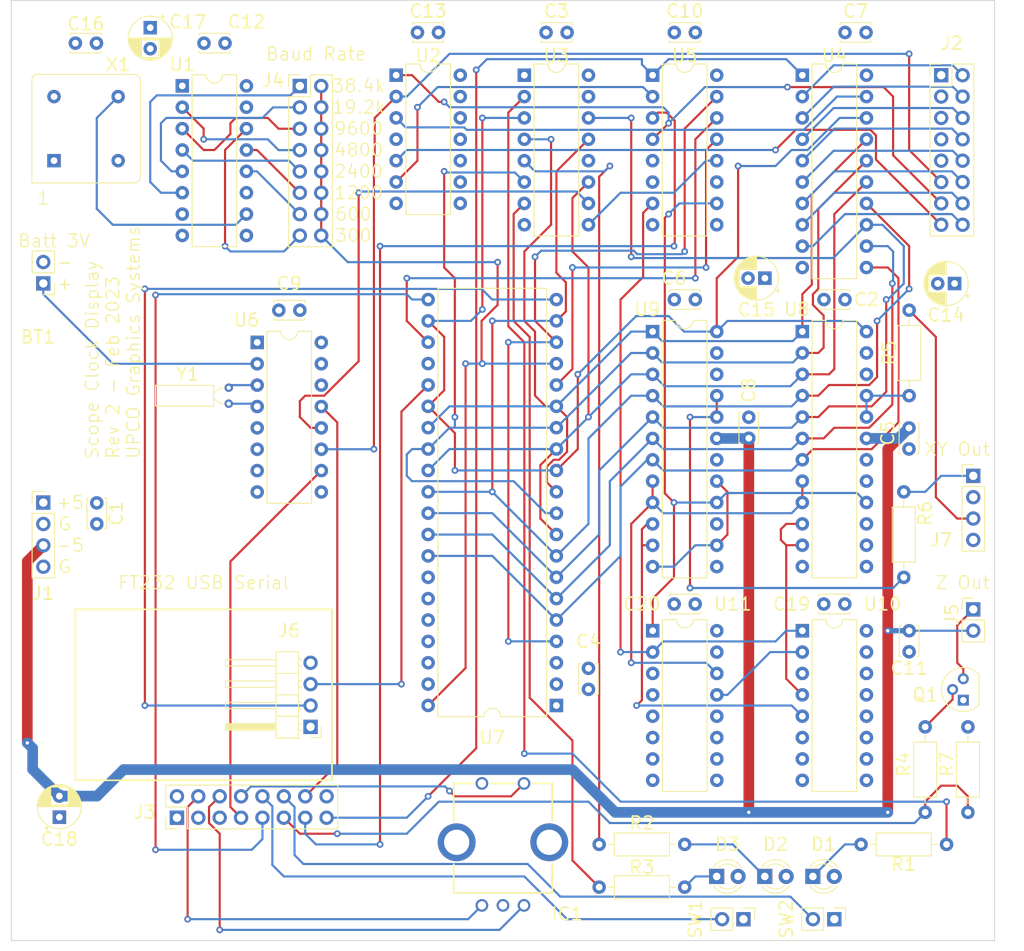
<source format=kicad_pcb>
(kicad_pcb (version 20211014) (generator pcbnew)
  (layers (0 "F.Cu" signal) (1 "In1.Cu" signal) (2 "In2.Cu" signal) (31 "B.Cu" signal) (34 "B.Paste" user) (35 "F.Paste" user) (36 "B.SilkS" user "B.Silkscreen") (37 "F.SilkS" user "F.Silkscreen") (38 "B.Mask" user) (39 "F.Mask" user) (44 "Edge.Cuts" user))
  (net 0 "")
  (net 1 "Net-(BT1-Pad1)")
  (net 2 "GND")
  (net 3 "+5V")
  (net 4 "-5V")
  (net 5 "Net-(Q1-Pad2)")
  (net 6 "Net-(U8-Pad8)")
  (net 7 "Net-(D1-Pad1)")
  (net 8 "Net-(D2-Pad1)")
  (net 9 "Net-(D3-Pad1)")
  (net 10 "/KD0")
  (net 11 "/KD1")
  (net 12 "/KD2")
  (net 15 "/D0")
  (net 16 "/D1")
  (net 17 "/D2")
  (net 18 "/D3")
  (net 19 "/D4")
  (net 20 "/nLED2")
  (net 21 "/D5")
  (net 22 "/nLED1")
  (net 23 "/D6")
  (net 24 "/A0")
  (net 25 "/D7")
  (net 29 "/KD4")
  (net 30 "/KQ4")
  (net 31 "/KQ3")
  (net 32 "/KD3")
  (net 33 "/KQ2")
  (net 34 "/KQ1")
  (net 35 "/KD5")
  (net 36 "/KQ0")
  (net 37 "/KD6")
  (net 38 "/B38400")
  (net 39 "/CLK16X")
  (net 40 "/B19200")
  (net 41 "/B9600")
  (net 42 "/B4800")
  (net 43 "/B2400")
  (net 44 "/B1200")
  (net 45 "/B600")
  (net 46 "/B300")
  (net 47 "Net-(J5-Pad1)")
  (net 49 "/RXD")
  (net 50 "/TXD")
  (net 51 "/DAC_X_nWR")
  (net 52 "/LED0")
  (net 53 "/LED1")
  (net 54 "/LED2")
  (net 55 "Net-(R5-Pad1)")
  (net 56 "/Y_OUT")
  (net 57 "Net-(R6-Pad1)")
  (net 58 "/X_OUT")
  (net 62 "Net-(U1-Pad10)")
  (net 64 "Net-(U2-Pad3)")
  (net 65 "/BA0")
  (net 66 "/DAC_Y_nWR")
  (net 67 "/BD0")
  (net 68 "/BD1")
  (net 69 "/BD2")
  (net 70 "/nEXP")
  (net 71 "/LED3")
  (net 72 "/BD3")
  (net 73 "/LED4")
  (net 74 "/BD4")
  (net 75 "/BD5")
  (net 76 "/LED5")
  (net 77 "/BD7")
  (net 78 "/BD6")
  (net 80 "/nDACY")
  (net 82 "/nDACX")
  (net 83 "Net-(U5-Pad13)")
  (net 84 "Net-(U5-Pad14)")
  (net 85 "Net-(U5-Pad15)")
  (net 86 "Net-(U6-Pad3)")
  (net 87 "Net-(U6-Pad4)")
  (net 93 "Net-(U10-Pad2)")
  (footprint "Package_DIP:DIP-16_W7.62mm" (layer "F.Cu") (at 54.62 101.615)
    (fp_text reference "U6")
    (fp_text value "DS1306")
  )
  (footprint "Capacitor_THT:C_Disc_D3.4mm_W2.1mm_P2.50mm" (layer "F.Cu") (at 106.66 132.715 180)
    (fp_text reference "C20")
    (fp_text value "0.1uF")
  )
  (footprint "LED_THT:LED_D3.0mm" (layer "F.Cu") (at 120.645 165.1)
    (fp_text reference "D1")
    (fp_text value "LED")
  )
  (footprint "Package_DIP:DIP-16_W7.62mm" (layer "F.Cu") (at 101.6 69.85)
    (fp_text reference "U5")
    (fp_text value "74LS138")
  )
  (footprint "MountingHole:MountingHole_3.2mm_M3" (layer "F.Cu") (at 29.21 168.91)
    (fp_text reference "H1" hide)
    (fp_text value "MountingHole")
  )
  (footprint "LED_THT:LED_D3.0mm" (layer "F.Cu") (at 109.215 165.1)
    (fp_text reference "D3")
    (fp_text value "LED")
  )
  (footprint "Resistor_THT:R_Axial_DIN0207_L6.3mm_D2.5mm_P10.16mm_Horizontal" (layer "F.Cu") (at 133.985 157.48 90)
    (fp_text reference "R4")
    (fp_text value "10k")
  )
  (footprint "Connector_PinHeader_2.54mm:PinHeader_2x08_P2.54mm_Vertical" (layer "F.Cu") (at 59.685 71.135)
    (fp_text reference "J4")
    (fp_text value "Conn_02x08_Odd_Even")
  )
  (footprint "Package_DIP:DIP-16_W7.62mm" (layer "F.Cu") (at 101.61 135.89)
    (fp_text reference "U11")
    (fp_text value "74LS161")
  )
  (footprint "Resistor_THT:R_Axial_DIN0207_L6.3mm_D2.5mm_P10.16mm_Horizontal" (layer "F.Cu") (at 132.08 107.95 90)
    (fp_text reference "R5")
    (fp_text value "1k")
  )
  (footprint "Resistor_THT:R_Axial_DIN0207_L6.3mm_D2.5mm_P10.16mm_Horizontal" (layer "F.Cu") (at 95.25 166.37)
    (fp_text reference "R3")
    (fp_text value "R_US")
  )
  (footprint "Resistor_THT:R_Axial_DIN0207_L6.3mm_D2.5mm_P10.16mm_Horizontal" (layer "F.Cu") (at 139.065 157.48 90)
    (fp_text reference "R7")
    (fp_text value "10k")
  )
  (footprint "Capacitor_THT:C_Disc_D3.4mm_W2.1mm_P2.50mm" (layer "F.Cu") (at 106.68 96.52 180)
    (fp_text reference "C6")
    (fp_text value "0.1uF")
  )
  (footprint "Capacitor_THT:C_Disc_D3.4mm_W2.1mm_P2.50mm" (layer "F.Cu") (at 113.03 113.01 90)
    (fp_text reference "C8")
    (fp_text value "0.1uF")
  )
  (footprint "Connector_PinHeader_2.54mm:PinHeader_1x02_P2.54mm_Vertical" (layer "F.Cu") (at 112.395 170.18 -90)
    (fp_text reference "SW1")
    (fp_text value "SW_SPST")
  )
  (footprint "Capacitor_THT:C_Disc_D3.4mm_W2.1mm_P2.50mm" (layer "F.Cu") (at 91.44 64.77 180)
    (fp_text reference "C3")
    (fp_text value "0.1uF")
  )
  (footprint "Package_DIP:DIP-16_W7.62mm" (layer "F.Cu") (at 119.39 135.89)
    (fp_text reference "U10")
    (fp_text value "74LS139")
  )
  (footprint "Package_DIP:DIP-24_W7.62mm" (layer "F.Cu") (at 119.39 100.325)
    (fp_text reference "U8")
    (fp_text value "MAX503")
  )
  (footprint "Capacitor_THT:C_Disc_D3.4mm_W2.1mm_P2.50mm" (layer "F.Cu") (at 93.98 142.855 90)
    (fp_text reference "C4")
    (fp_text value "0.1uF")
  )
  (footprint "Capacitor_THT:C_Disc_D3.4mm_W2.1mm_P2.50mm" (layer "F.Cu") (at 132.08 135.89 -90)
    (fp_text reference "C11")
    (fp_text value "0.1uF")
  )
  (footprint "Capacitor_THT:C_Disc_D3.4mm_W2.1mm_P2.50mm" (layer "F.Cu") (at 76.16 64.77 180)
    (fp_text reference "C13")
    (fp_text value "0.1uF")
  )
  (footprint "Connector_PinHeader_2.54mm:PinHeader_1x02_P2.54mm_Vertical" (layer "F.Cu") (at 29.21 94.6 180)
    (fp_text reference "BT1")
    (fp_text value "Battery_Cell")
  )
  (footprint "MountingHole:MountingHole_3.2mm_M3" (layer "F.Cu") (at 138.43 106.68)
    (fp_text reference "H2" hide)
    (fp_text value "MountingHole")
  )
  (footprint "ShaftEnc:EC1110120201withknurledSHAFT" (layer "F.Cu") (at 81.32 168.54)
    (fp_text reference "IC1")
    (fp_text value "EC1110120201_with_knurled_SHAFT" hide)
  )
  (footprint "Package_DIP:DIP-24_W7.62mm" (layer "F.Cu") (at 101.6 100.33)
    (fp_text reference "U9")
    (fp_text value "MAX503")
  )
  (footprint "Connector_PinHeader_2.54mm:PinHeader_1x04_P2.54mm_Vertical" (layer "F.Cu") (at 139.7 117.475)
    (fp_text reference "J7")
    (fp_text value "Conn_01x04")
  )
  (footprint "Resistor_THT:R_Axial_DIN0207_L6.3mm_D2.5mm_P10.16mm_Horizontal" (layer "F.Cu") (at 95.25 161.29)
    (fp_text reference "R2")
    (fp_text value "R_US")
  )
  (footprint "Connector_PinHeader_2.54mm:PinHeader_1x02_P2.54mm_Vertical" (layer "F.Cu") (at 139.7 133.345)
    (fp_text reference "J5")
    (fp_text value "Conn_01x02")
  )
  (footprint "Connector_PinHeader_2.54mm:PinHeader_2x08_P2.54mm_Vertical" (layer "F.Cu") (at 45.085 158.115 90)
    (fp_text reference "J3")
    (fp_text value "Conn_02x08_Odd_Even")
  )
  (footprint "Connector_PinHeader_2.54mm:PinHeader_1x02_P2.54mm_Vertical" (layer "F.Cu") (at 123.195 170.18 -90)
    (fp_text reference "SW2")
    (fp_text value "SW_SPST")
  )
  (footprint "Package_TO_SOT_THT:TO-92" (layer "F.Cu") (at 138.515 144.145 90)
    (fp_text reference "Q1")
    (fp_text value "2N3906")
  )
  (footprint "Crystal:Crystal_C26-LF_D2.1mm_L6.5mm_Horizontal" (layer "F.Cu") (at 51.24 107 -90)
    (fp_text reference "Y1")
    (fp_text value "32.768 kHz")
  )
  (footprint "Package_DIP:DIP-16_W7.62mm" (layer "F.Cu") (at 45.72 71.12)
    (fp_text reference "U1")
    (fp_text value "74HC4040")
  )
  (footprint "Package_DIP:DIP-20_W7.62mm" (layer "F.Cu") (at 119.39 69.85)
    (fp_text reference "U4")
    (fp_text value "74HCT245")
  )
  (footprint "Package_DIP:DIP-16_W7.62mm" (layer "F.Cu") (at 86.36 69.85)
    (fp_text reference "U3")
    (fp_text value "74LS174")
  )
  (footprint "Capacitor_THT:C_Disc_D3.4mm_W2.1mm_P2.50mm" (layer "F.Cu") (at 126.96 64.77 180)
    (fp_text reference "C7")
    (fp_text value "0.1uF")
  )
  (footprint "Capacitor_THT:CP_Radial_D5.0mm_P2.00mm" (layer "F.Cu") (at 137.480113 94.615 180)
    (fp_text reference "C14")
    (fp_text value "33uF")
  )
  (footprint "LED_THT:LED_D3.0mm" (layer "F.Cu") (at 114.93 165.1)
    (fp_text reference "D2")
    (fp_text value "LED")
  )
  (footprint "Oscillator:Oscillator_DIP-8" (layer "F.Cu") (at 30.48 80.01)
    (fp_text reference "X1")
    (fp_text value "4.9152MHz")
  )
  (footprint "Capacitor_THT:C_Disc_D3.4mm_W2.1mm_P2.50mm" (layer "F.Cu") (at 35.56 120.69 -90)
    (fp_text reference "C1")
    (fp_text value "0.1uF")
  )
  (footprint "Capacitor_THT:C_Disc_D3.4mm_W2.1mm_P2.50mm" (layer "F.Cu") (at 59.69 97.79 180)
    (fp_text reference "C9")
    (fp_text value "0.1uF")
  )
  (footprint "Resistor_THT:R_Axial_DIN0207_L6.3mm_D2.5mm_P10.16mm_Horizontal" (layer "F.Cu") (at 131.445 129.54 90)
    (fp_text reference "R6")
    (fp_text value "1k")
  )
  (footprint "Capacitor_THT:C_Disc_D3.4mm_W2.1mm_P2.50mm" (layer "F.Cu") (at 50.8 66.04 180)
    (fp_text reference "C12")
    (fp_text value "0.1uF")
  )
  (footprint "Connector_PinHeader_2.54mm:PinHeader_1x04_P2.54mm_Vertical" (layer "F.Cu") (at 29.21 120.66)
    (fp_text reference "J1")
    (fp_text value "Conn_01x04")
  )
  (footprint "Capacitor_THT:C_Disc_D3.4mm_W2.1mm_P2.50mm" (layer "F.Cu") (at 33.02 66.04)
    (fp_text reference "C16")
    (fp_text value "0.1uF")
  )
  (footprint "MountingHole:MountingHole_3.2mm_M3" (layer "F.Cu") (at 138.43 168.91)
    (fp_text reference "H4" hide)
    (fp_text value "MountingHole")
  )
  (footprint "Capacitor_THT:CP_Radial_D5.0mm_P2.50mm" (layer "F.Cu") (at 41.91 64.199888 -90)
    (fp_text reference "C17")
    (fp_text value "3.3uF 10V")
  )
  (footprint "Capacitor_THT:C_Disc_D3.4mm_W2.1mm_P2.50mm" (layer "F.Cu") (at 106.68 64.77 180)
    (fp_text reference "C10")
    (fp_text value "0.1uF")
  )
  (footprint "Connector_PinHeader_2.54mm:PinHeader_2x08_P2.54mm_Vertical" (layer "F.Cu") (at 135.89 69.85)
    (fp_text reference "J2")
    (fp_text value "Conn_02x08_Odd_Even")
  )
  (footprint "MountingHole:MountingHole_3.2mm_M3" (layer "F.Cu") (at 29.21 106.68)
    (fp_text reference "H3" hide)
    (fp_text value "MountingHole")
  )
  (footprint "Capacitor_THT:C_Disc_D3.4mm_W2.1mm_P2.50mm" (layer "F.Cu") (at 132.06 111.78 -90)
    (fp_text reference "C5")
    (fp_text value "0.1uF")
  )
  (footprint "Resistor_THT:R_Axial_DIN0207_L6.3mm_D2.5mm_P10.16mm_Horizontal" (layer "F.Cu") (at 136.525 161.29 180)
    (fp_text reference "R1")
    (fp_text value "R_US")
  )
  (footprint "Capacitor_THT:CP_Radial_D5.0mm_P2.50mm" (layer "F.Cu") (at 31.115 158.050112 90)
    (fp_text reference "C18")
    (fp_text value "3.3uF 10V")
  )
  (footprint "Capacitor_THT:C_Disc_D3.4mm_W2.1mm_P2.50mm" (layer "F.Cu") (at 124.46 96.52 180)
    (fp_text reference "C2")
    (fp_text value "0.1uF")
  )
  (footprint "Capacitor_THT:CP_Radial_D5.0mm_P2.00mm" (layer "F.Cu") (at 114.940904 93.98 180)
    (fp_text reference "C15")
    (fp_text value "33uF")
  )
  (footprint "Connector_PinHeader_2.54mm:PinHeader_1x04_P2.54mm_Horizontal" (layer "F.Cu") (at 60.96 147.32 180)
    (fp_text reference "J6")
    (fp_text value "Conn_01x04")
  )
  (footprint "Package_DIP:DIP-14_W7.62mm" (layer "F.Cu") (at 71.13 69.845)
    (fp_text reference "U2")
    (fp_text value "74LS08")
  )
  (footprint "Package_DIP:DIP-40_W15.24mm" (layer "F.Cu") (at 90.17 144.775 180)
    (fp_text reference "U7")
    (fp_text value "IM6402")
  )
  (footprint "Capacitor_THT:C_Disc_D3.4mm_W2.1mm_P2.50mm" (layer "F.Cu") (at 124.44 132.715 180)
    (fp_text reference "C19")
    (fp_text value "0.1uF")
  )
  (gr_rect (start 33.02 133.35) (end 63.5 153.67) (layer "F.SilkS") (width 0.2032) (fill none))
  (gr_line (start 25.4 60.96) (end 142.24 60.96) (layer "Edge.Cuts") (width 0.1))
  (gr_line (start 25.4 172.72) (end 25.4 60.96) (layer "Edge.Cuts") (width 0.1))
  (gr_line (start 142.24 172.72) (end 25.4 172.72) (layer "Edge.Cuts") (width 0.1))
  (gr_line (start 142.24 60.96) (end 142.24 172.72) (layer "Edge.Cuts") (width 0.1))
  (gr_text "FT232 USB Serial" (at 48.26 130.175) (layer "F.SilkS") (effects (font (size 1.524 1.524) (thickness 0.1524))))
  (gr_text "1" (at 29.21 84.455) (layer "F.SilkS") (effects (font (size 1.524 1.524) (thickness 0.1524))))
  (gr_text "2400" (at 66.675 81.28) (layer "F.SilkS") (effects (font (size 1.524 1.524) (thickness 0.1524))))
  (gr_text "19.2k" (at 66.675 73.66) (layer "F.SilkS") (effects (font (size 1.524 1.524) (thickness 0.1524))))
  (gr_text "Baud Rate" (at 61.595 67.31) (layer "F.SilkS") (effects (font (size 1.524 1.524) (thickness 0.1524))))
  (gr_text "XY Out" (at 137.795 114.3) (layer "F.SilkS") (effects (font (size 1.524 1.524) (thickness 0.1524))))
  (gr_text "300" (at 66.04 88.9) (layer "F.SilkS") (effects (font (size 1.524 1.524) (thickness 0.1524))))
  (gr_text "G" (at 31.75 123.19) (layer "F.SilkS") (effects (font (size 1.524 1.524) (thickness 0.1524))))
  (gr_text "+5" (at 32.385 120.65) (layer "F.SilkS") (effects (font (size 1.524 1.524) (thickness 0.1524))))
  (gr_text "9600" (at 66.675 76.2) (layer "F.SilkS") (effects (font (size 1.524 1.524) (thickness 0.1524))))
  (gr_text "Z Out" (at 138.43 130.175) (layer "F.SilkS") (effects (font (size 1.524 1.524) (thickness 0.1524))))
  (gr_text "38.4k" (at 66.675 71.12) (layer "F.SilkS") (effects (font (size 1.524 1.524) (thickness 0.1524))))
  (gr_text "1200" (at 66.675 83.82) (layer "F.SilkS") (effects (font (size 1.524 1.524) (thickness 0.1524))))
  (gr_text "Batt 3V" (at 30.48 89.535) (layer "F.SilkS") (effects (font (size 1.524 1.524) (thickness 0.1524))))
  (gr_text "4800" (at 66.675 78.74) (layer "F.SilkS") (effects (font (size 1.524 1.524) (thickness 0.1524))))
  (gr_text "600" (at 66.04 86.36) (layer "F.SilkS") (effects (font (size 1.524 1.524) (thickness 0.1524))))
  (gr_text "Scope Clock Display\nRev 2 - Feb 2023\nUPCO Graphics Systems" (at 37.465 115.57 90) (layer "F.SilkS") (effects (font (size 1.524 1.524) (thickness 0.1524)) (justify left)))
  (gr_text "+" (at 31.75 94.615) (layer "F.SilkS") (effects (font (size 1.524 1.524) (thickness 0.1524))))
  (gr_text "-" (at 31.75 92.075) (layer "F.SilkS") (effects (font (size 1.524 1.524) (thickness 0.1524))))
  (gr_text "G" (at 31.75 128.27) (layer "F.SilkS") (effects (font (size 1.524 1.524) (thickness 0.1524))))
  (gr_text "-5" (at 32.385 125.73) (layer "F.SilkS") (effects (font (size 1.524 1.524) (thickness 0.1524))))
  (segment (start 54.62 104.155) (end 37.48 104.155) (width 0.254) (layer "B.Cu") (net 1))
  (segment (start 29.21 95.885) (end 29.21 94.6) (width 0.254) (layer "B.Cu") (net 1))
  (segment (start 37.48 104.155) (end 29.21 95.885) (width 0.254) (layer "B.Cu") (net 1))
  (segment (start 110.49 124.46) (end 109.22 125.73) (width 0.254) (layer "F.Cu") (net 2))
  (segment (start 110.49 119.38) (end 110.49 124.46) (width 0.254) (layer "F.Cu") (net 2))
  (segment (start 109.22 118.11) (end 110.49 119.38) (width 0.254) (layer "F.Cu") (net 2))
  (segment (start 104.14 128.27) (end 106.68 125.73) (width 0.254) (layer "B.Cu") (net 2))
  (segment (start 106.68 125.73) (end 109.22 125.73) (width 0.254) (layer "B.Cu") (net 2))
  (segment (start 101.6 128.27) (end 104.14 128.27) (width 0.254) (layer "B.Cu") (net 2))
  (segment (start 29.21 125.74) (end 27.305 127.645) (width 1.27) (layer "F.Cu") (net 4))
  (segment (start 129.54 135.89) (end 129.54 114.3) (width 1.27) (layer "F.Cu") (net 4))
  (segment (start 113.03 157.48) (end 113.03 113.01) (width 1.27) (layer "F.Cu") (net 4))
  (segment (start 129.54 135.89) (end 129.54 157.48) (width 1.27) (layer "F.Cu") (net 4))
  (segment (start 129.54 114.3) (end 132.06 111.78) (width 1.27) (layer "F.Cu") (net 4))
  (segment (start 27.305 127.645) (end 27.305 149.225) (width 1.27) (layer "F.Cu") (net 4))
  (via (at 113.03 157.48) (size 0.8) (drill 0.4) (layers "F.Cu" "B.Cu") (net 4))
  (via (at 129.54 135.89) (size 0.8) (drill 0.4) (layers "F.Cu" "B.Cu") (net 4))
  (via (at 27.305 149.225) (size 0.8) (drill 0.4) (layers "F.Cu" "B.Cu") (net 4))
  (via (at 129.54 157.48) (size 0.8) (drill 0.4) (layers "F.Cu" "B.Cu") (net 4))
  (segment (start 129.54 135.89) (end 132.08 135.89) (width 0.635) (layer "B.Cu") (net 4))
  (segment (start 132.08 135.89) (end 139.695 135.89) (width 0.254) (layer "B.Cu") (net 4))
  (segment (start 129.54 157.48) (end 113.03 157.48) (width 1.27) (layer "B.Cu") (net 4))
  (segment (start 31.115 155.550112) (end 27.94 152.375112) (width 1.27) (layer "B.Cu") (net 4))
  (segment (start 127.01 113.025) (end 130.815 113.025) (width 1.27) (layer "B.Cu") (net 4))
  (segment (start 97.155 157.48) (end 92.075 152.4) (width 1.27) (layer "B.Cu") (net 4))
  (segment (start 92.075 152.4) (end 38.735 152.4) (width 1.27) (layer "B.Cu") (net 4))
  (segment (start 38.735 152.4) (end 35.584888 155.550112) (width 1.27) (layer "B.Cu") (net 4))
  (segment (start 27.94 149.86) (end 27.305 149.225) (width 1.27) (layer "B.Cu") (net 4))
  (segment (start 130.815 113.025) (end 132.06 111.78) (width 1.27) (layer "B.Cu") (net 4))
  (segment (start 35.584888 155.550112) (end 31.115 155.550112) (width 1.27) (layer "B.Cu") (net 4))
  (segment (start 27.94 152.375112) (end 27.94 149.86) (width 1.27) (layer "B.Cu") (net 4))
  (segment (start 109.22 113.03) (end 113.01 113.03) (width 1.27) (layer "B.Cu") (net 4))
  (segment (start 113.03 157.48) (end 97.155 157.48) (width 1.27) (layer "B.Cu") (net 4))
  (segment (start 137.245 144.06) (end 133.985 147.32) (width 0.254) (layer "F.Cu") (net 5))
  (segment (start 137.245 142.875) (end 137.245 144.06) (width 0.254) (layer "F.Cu") (net 5))
  (segment (start 99.06 123.19) (end 101.6 120.65) (width 0.254) (layer "F.Cu") (net 6))
  (segment (start 99.06 139.7) (end 99.06 123.19) (width 0.254) (layer "F.Cu") (net 6))
  (segment (start 119.39 120.645) (end 119.39 118.105) (width 0.254) (layer "F.Cu") (net 6))
  (segment (start 101.6 120.65) (end 101.6 118.11) (width 0.254) (layer "F.Cu") (net 6))
  (via (at 99.06 139.7) (size 0.8) (drill 0.4) (layers "F.Cu" "B.Cu") (net 6))
  (segment (start 102.87 121.92) (end 101.6 120.65) (width 0.254) (layer "B.Cu") (net 6))
  (segment (start 107.96 139.7) (end 99.06 139.7) (width 0.254) (layer "B.Cu") (net 6))
  (segment (start 118.115 121.92) (end 102.87 121.92) (width 0.254) (layer "B.Cu") (net 6))
  (segment (start 109.23 140.97) (end 107.96 139.7) (width 0.254) (layer "B.Cu") (net 6))
  (segment (start 119.39 120.645) (end 118.115 121.92) (width 0.254) (layer "B.Cu") (net 6))
  (segment (start 124.455 161.29) (end 120.645 165.1) (width 0.254) (layer "B.Cu") (net 7))
  (segment (start 126.365 161.29) (end 124.455 161.29) (width 0.254) (layer "B.Cu") (net 7))
  (segment (start 114.93 165.1) (end 111.12 161.29) (width 0.254) (layer "B.Cu") (net 8))
  (segment (start 111.12 161.29) (end 105.41 161.29) (width 0.254) (layer "B.Cu") (net 8))
  (segment (start 106.68 165.1) (end 105.41 166.37) (width 0.254) (layer "B.Cu") (net 9))
  (segment (start 109.215 165.1) (end 106.68 165.1) (width 0.254) (layer "B.Cu") (net 9))
  (segment (start 47.625 155.575) (end 46.355 156.845) (width 0.254) (layer "F.Cu") (net 10))
  (segment (start 46.355 156.845) (end 46.355 170.18) (width 0.254) (layer "F.Cu") (net 10))
  (via (at 46.355 170.18) (size 0.8) (drill 0.4) (layers "F.Cu" "B.Cu") (net 10))
  (segment (start 79.68 170.18) (end 81.32 168.54) (width 0.254) (layer "B.Cu") (net 10))
  (segment (start 46.355 170.18) (end 79.68 170.18) (width 0.254) (layer "B.Cu") (net 10))
  (segment (start 48.895 158.75) (end 48.895 156.845) (width 0.254) (layer "F.Cu") (net 11))
  (segment (start 50.165 160.02) (end 48.895 158.75) (width 0.254) (layer "F.Cu") (net 11))
  (segment (start 48.895 156.845) (end 50.165 155.575) (width 0.254) (layer "F.Cu") (net 11))
  (segment (start 50.165 171.45) (end 50.165 160.02) (width 0.254) (layer "F.Cu") (net 11))
  (via (at 50.165 171.45) (size 0.8) (drill 0.4) (layers "F.Cu" "B.Cu") (net 11))
  (segment (start 86.32 168.54) (end 83.41 171.45) (width 0.254) (layer "B.Cu") (net 11))
  (segment (start 83.41 171.45) (end 50.165 171.45) (width 0.254) (layer "B.Cu") (net 11))
  (segment (start 78.105 155.575) (end 84.785 155.575) (width 0.254) (layer "F.Cu") (net 12))
  (segment (start 84.785 155.575) (end 86.32 154.04) (width 0.254) (layer "F.Cu") (net 12))
  (segment (start 77.47 154.94) (end 78.105 155.575) (width 0.254) (layer "F.Cu") (net 12))
  (via (at 77.47 154.94) (size 0.8) (drill 0.4) (layers "F.Cu" "B.Cu") (net 12))
  (segment (start 52.705 155.575) (end 53.882 154.398) (width 0.254) (layer "B.Cu") (net 12))
  (segment (start 53.882 154.398) (end 76.928 154.398) (width 0.254) (layer "B.Cu") (net 12))
  (segment (start 76.928 154.398) (end 77.47 154.94) (width 0.254) (layer "B.Cu") (net 12))
  (segment (start 137.253 68.673) (end 123.107 68.673) (width 0.254) (layer "B.Cu") (net 15))
  (segment (start 123.107 68.673) (end 119.39 72.39) (width 0.254) (layer "B.Cu") (net 15))
  (segment (start 138.43 69.85) (end 137.253 68.673) (width 0.254) (layer "B.Cu") (net 15))
  (segment (start 123.107 71.213) (end 119.39 74.93) (width 0.254) (layer "B.Cu") (net 16))
  (segment (start 138.43 72.39) (end 137.253 71.213) (width 0.254) (layer "B.Cu") (net 16))
  (segment (start 137.253 71.213) (end 123.107 71.213) (width 0.254) (layer "B.Cu") (net 16))
  (segment (start 123.107 73.753) (end 119.39 77.47) (width 0.254) (layer "B.Cu") (net 17))
  (segment (start 138.43 74.93) (end 137.253 73.753) (width 0.254) (layer "B.Cu") (net 17))
  (segment (start 137.253 73.753) (end 123.107 73.753) (width 0.254) (layer "B.Cu") (net 17))
  (segment (start 137.16 76.2) (end 123.2 76.2) (width 0.254) (layer "B.Cu") (net 18))
  (segment (start 138.43 77.47) (end 137.16 76.2) (width 0.254) (layer "B.Cu") (net 18))
  (segment (start 123.2 76.2) (end 119.39 80.01) (width 0.254) (layer "B.Cu") (net 18))
  (segment (start 138.43 80.01) (end 137.253 78.833) (width 0.254) (layer "B.Cu") (net 19))
  (segment (start 123.107 78.833) (end 119.39 82.55) (width 0.254) (layer "B.Cu") (net 19))
  (segment (start 137.253 78.833) (end 123.107 78.833) (width 0.254) (layer "B.Cu") (net 19))
  (segment (start 132.08 78.74) (end 132.08 67.31) (width 0.254) (layer "F.Cu") (net 20))
  (segment (start 68.58 114.3) (end 68.4885 114.3) (width 0.254) (layer "F.Cu") (net 20))
  (segment (start 71.13 72.385) (end 68.58 74.935) (width 0.254) (layer "F.Cu") (net 20))
  (segment (start 68.488 114.208) (end 68.58 114.3) (width 0.254) (layer "F.Cu") (net 20))
  (segment (start 68.58 74.935) (end 68.58 79.375) (width 0.254) (layer "F.Cu") (net 20))
  (segment (start 68.488 79.467) (end 68.488 114.208) (width 0.254) (layer "F.Cu") (net 20))
  (segment (start 68.58 79.375) (end 68.488 79.467) (width 0.254) (layer "F.Cu") (net 20))
  (segment (start 135.89 82.55) (end 132.08 78.74) (width 0.254) (layer "F.Cu") (net 20))
  (via (at 132.08 67.31) (size 0.8) (drill 0.4) (layers "F.Cu" "B.Cu") (net 20))
  (via (at 68.4885 114.3) (size 0.8) (drill 0.4) (layers "F.Cu" "B.Cu") (net 20))
  (segment (start 77.47 67.31) (end 72.395 72.385) (width 0.254) (layer "B.Cu") (net 20))
  (segment (start 132.08 67.31) (end 77.47 67.31) (width 0.254) (layer "B.Cu") (net 20))
  (segment (start 72.395 72.385) (end 71.13 72.385) (width 0.254) (layer "B.Cu") (net 20))
  (segment (start 68.4735 114.315) (end 62.24 114.315) (width 0.254) (layer "B.Cu") (net 20))
  (segment (start 68.4885 114.3) (end 68.4735 114.315) (width 0.254) (layer "B.Cu") (net 20))
  (segment (start 138.43 82.55) (end 137.16 81.28) (width 0.254) (layer "B.Cu") (net 21))
  (segment (start 123.19 81.28) (end 123.19 81.29) (width 0.254) (layer "B.Cu") (net 21))
  (segment (start 123.19 81.29) (end 119.39 85.09) (width 0.254) (layer "B.Cu") (net 21))
  (segment (start 137.16 81.28) (end 123.19 81.28) (width 0.254) (layer "B.Cu") (net 21))
  (segment (start 103.505 75.565) (end 101.6 77.47) (width 0.254) (layer "F.Cu") (net 22))
  (segment (start 129.048 71.263) (end 117.618 71.263) (width 0.254) (layer "F.Cu") (net 22))
  (segment (start 130.175 79.375) (end 130.175 72.39) (width 0.254) (layer "F.Cu") (net 22))
  (segment (start 130.175 72.39) (end 129.048 71.263) (width 0.254) (layer "F.Cu") (net 22))
  (segment (start 135.89 85.09) (end 130.175 79.375) (width 0.254) (layer "F.Cu") (net 22))
  (segment (start 73.02 69.845) (end 71.13 69.845) (width 0.254) (layer "F.Cu") (net 22))
  (segment (start 76.2 73.025) (end 73.02 69.845) (width 0.254) (layer "F.Cu") (net 22))
  (segment (start 76.835 73.025) (end 76.2 73.025) (width 0.254) (layer "F.Cu") (net 22))
  (via (at 76.835 73.025) (size 0.8) (drill 0.4) (layers "F.Cu" "B.Cu") (net 22))
  (via (at 117.618 71.263) (size 0.8) (drill 0.4) (layers "F.Cu" "B.Cu") (net 22))
  (via (at 103.505 75.565) (size 0.8) (drill 0.4) (layers "F.Cu" "B.Cu") (net 22))
  (segment (start 103.505 75.565) (end 103.505 74.295) (width 0.254) (layer "B.Cu") (net 22))
  (segment (start 103.505 75.565) (end 107.807 71.263) (width 0.254) (layer "B.Cu") (net 22))
  (segment (start 107.807 71.263) (end 117.618 71.263) (width 0.254) (layer "B.Cu") (net 22))
  (segment (start 77.47 73.66) (end 76.835 73.025) (width 0.254) (layer "B.Cu") (net 22))
  (segment (start 102.87 73.66) (end 77.47 73.66) (width 0.254) (layer "B.Cu") (net 22))
  (segment (start 103.505 74.295) (end 102.87 73.66) (width 0.254) (layer "B.Cu") (net 22))
  (segment (start 138.43 85.09) (end 137.16 83.82) (width 0.254) (layer "B.Cu") (net 23))
  (segment (start 137.16 83.82) (end 123.19 83.82) (width 0.254) (layer "B.Cu") (net 23))
  (segment (start 123.19 83.83) (end 119.39 87.63) (width 0.254) (layer "B.Cu") (net 23))
  (segment (start 123.19 83.82) (end 123.19 83.83) (width 0.254) (layer "B.Cu") (net 23))
  (segment (start 116.205 78.74) (end 118.602 76.343) (width 0.254) (layer "F.Cu") (net 24))
  (segment (start 118.602 76.343) (end 127.476819 76.343) (width 0.254) (layer "F.Cu") (net 24))
  (segment (start 127.476819 76.343) (end 128.137 77.003181) (width 0.254) (layer "F.Cu") (net 24))
  (segment (start 128.137 77.003181) (end 128.137 79.877) (width 0.254) (layer "F.Cu") (net 24))
  (segment (start 128.137 79.877) (end 135.89 87.63) (width 0.254) (layer "F.Cu") (net 24))
  (via (at 116.205 78.74) (size 0.8) (drill 0.4) (layers "F.Cu" "B.Cu") (net 24))
  (segment (start 116.205 78.74) (end 72.395 78.74) (width 0.254) (layer "B.Cu") (net 24))
  (segment (start 72.395 78.74) (end 71.13 80.005) (width 0.254) (layer "B.Cu") (net 24))
  (segment (start 124.46 86.36) (end 120.65 90.17) (width 0.254) (layer "B.Cu") (net 25))
  (segment (start 137.16 86.36) (end 124.46 86.36) (width 0.254) (layer "B.Cu") (net 25))
  (segment (start 120.65 90.17) (end 119.39 90.17) (width 0.254) (layer "B.Cu") (net 25))
  (segment (start 138.43 87.63) (end 137.16 86.36) (width 0.254) (layer "B.Cu") (net 25))
  (segment (start 60.112 163.617) (end 59.055 162.56) (width 0.254) (layer "B.Cu") (net 29))
  (segment (start 86.756054 163.617) (end 60.112 163.617) (width 0.254) (layer "B.Cu") (net 29))
  (segment (start 117.972 167.497) (end 90.636054 167.497) (width 0.254) (layer "B.Cu") (net 29))
  (segment (start 59.055 162.56) (end 59.055 156.845) (width 0.254) (layer "B.Cu") (net 29))
  (segment (start 120.655 170.18) (end 117.972 167.497) (width 0.254) (layer "B.Cu") (net 29))
  (segment (start 90.636054 167.497) (end 86.756054 163.617) (width 0.254) (layer "B.Cu") (net 29))
  (segment (start 59.055 156.845) (end 57.785 155.575) (width 0.254) (layer "B.Cu") (net 29))
  (segment (start 51.435 156.845) (end 51.435 127.66) (width 0.254) (layer "F.Cu") (net 30))
  (segment (start 52.705 158.115) (end 51.435 156.845) (width 0.254) (layer "F.Cu") (net 30))
  (segment (start 51.435 127.66) (end 62.24 116.855) (width 0.254) (layer "F.Cu") (net 30))
  (segment (start 42.545 95.9765) (end 42.545 161.925) (width 0.254) (layer "F.Cu") (net 31))
  (via (at 42.545 161.925) (size 0.8) (drill 0.4) (layers "F.Cu" "B.Cu") (net 31))
  (via (at 42.545 95.9765) (size 0.8) (drill 0.4) (layers "F.Cu" "B.Cu") (net 31))
  (segment (start 42.545 161.925) (end 53.975 161.925) (width 0.254) (layer "B.Cu") (net 31))
  (segment (start 53.975 161.925) (end 55.245 160.655) (width 0.254) (layer "B.Cu") (net 31))
  (segment (start 73.02 96.515) (end 72.39 95.885) (width 0.254) (layer "B.Cu") (net 31))
  (segment (start 42.545 95.885) (end 42.545 95.9765) (width 0.254) (layer "B.Cu") (net 31))
  (segment (start 55.245 160.655) (end 55.245 158.115) (width 0.254) (layer "B.Cu") (net 31))
  (segment (start 74.93 96.515) (end 73.02 96.515) (width 0.254) (layer "B.Cu") (net 31))
  (segment (start 72.39 95.885) (end 42.545 95.885) (width 0.254) (layer "B.Cu") (net 31))
  (segment (start 56.422 156.752) (end 56.422 163.737) (width 0.254) (layer "B.Cu") (net 32))
  (segment (start 56.422 163.737) (end 57.785 165.1) (width 0.254) (layer "B.Cu") (net 32))
  (segment (start 55.245 155.575) (end 56.422 156.752) (width 0.254) (layer "B.Cu") (net 32))
  (segment (start 91.44 170.18) (end 109.855 170.18) (width 0.254) (layer "B.Cu") (net 32))
  (segment (start 86.36 165.1) (end 91.44 170.18) (width 0.254) (layer "B.Cu") (net 32))
  (segment (start 57.785 165.1) (end 86.36 165.1) (width 0.254) (layer "B.Cu") (net 32))
  (segment (start 64.135 160.02) (end 59.69 160.02) (width 0.254) (layer "F.Cu") (net 33))
  (segment (start 137.795 154.305) (end 139.065 155.575) (width 0.254) (layer "F.Cu") (net 33))
  (segment (start 59.69 160.02) (end 57.785 158.115) (width 0.254) (layer "F.Cu") (net 33))
  (segment (start 133.985 156.21) (end 135.89 154.305) (width 0.254) (layer "F.Cu") (net 33))
  (segment (start 133.985 157.48) (end 133.985 156.21) (width 0.254) (layer "F.Cu") (net 33))
  (segment (start 139.065 155.575) (end 139.065 157.48) (width 0.254) (layer "F.Cu") (net 33))
  (segment (start 135.89 154.305) (end 137.795 154.305) (width 0.254) (layer "F.Cu") (net 33))
  (via (at 64.135 160.02) (size 0.8) (drill 0.4) (layers "F.Cu" "B.Cu") (net 33))
  (segment (start 96.52 158.75) (end 93.98 156.21) (width 0.254) (layer "B.Cu") (net 33))
  (segment (start 132.715 158.75) (end 96.52 158.75) (width 0.254) (layer "B.Cu") (net 33))
  (segment (start 133.985 157.48) (end 132.715 158.75) (width 0.254) (layer "B.Cu") (net 33))
  (segment (start 93.98 156.21) (end 76.2 156.21) (width 0.254) (layer "B.Cu") (net 33))
  (segment (start 72.39 160.02) (end 64.135 160.02) (width 0.254) (layer "B.Cu") (net 33))
  (segment (start 76.2 156.21) (end 72.39 160.02) (width 0.254) (layer "B.Cu") (net 33))
  (segment (start 104.232 75.263866) (end 104.232 90.078) (width 0.254) (layer "F.Cu") (net 34))
  (segment (start 103.263134 74.295) (end 104.232 75.263866) (width 0.254) (layer "F.Cu") (net 34))
  (segment (start 101.6 74.93) (end 102.235 74.295) (width 0.254) (layer "F.Cu") (net 34))
  (segment (start 69.215 90.17) (end 69.215 161.29) (width 0.254) (layer "F.Cu") (net 34))
  (segment (start 102.235 74.295) (end 103.263134 74.295) (width 0.254) (layer "F.Cu") (net 34))
  (segment (start 104.232 90.078) (end 104.14 90.17) (width 0.254) (layer "F.Cu") (net 34))
  (via (at 104.14 90.17) (size 0.8) (drill 0.4) (layers "F.Cu" "B.Cu") (net 34))
  (via (at 69.215 90.17) (size 0.8) (drill 0.4) (layers "F.Cu" "B.Cu") (net 34))
  (via (at 69.215 161.29) (size 0.8) (drill 0.4) (layers "F.Cu" "B.Cu") (net 34))
  (segment (start 61.595 161.29) (end 60.325 160.02) (width 0.254) (layer "B.Cu") (net 34))
  (segment (start 60.325 160.02) (end 60.325 158.115) (width 0.254) (layer "B.Cu") (net 34))
  (segment (start 104.14 90.17) (end 69.215 90.17) (width 0.254) (layer "B.Cu") (net 34))
  (segment (start 69.215 161.29) (end 61.595 161.29) (width 0.254) (layer "B.Cu") (net 34))
  (segment (start 64.135 111.13) (end 62.24 109.235) (width 0.254) (layer "F.Cu") (net 35))
  (segment (start 64.135 151.765) (end 64.135 111.13) (width 0.254) (layer "F.Cu") (net 35))
  (segment (start 60.325 155.575) (end 64.135 151.765) (width 0.254) (layer "F.Cu") (net 35))
  (segment (start 80.645 149.86) (end 74.93 155.575) (width 0.254) (layer "F.Cu") (net 36))
  (segment (start 80.645 69.215) (end 80.645 149.86) (width 0.254) (layer "F.Cu") (net 36))
  (via (at 74.93 155.575) (size 0.8) (drill 0.4) (layers "F.Cu" "B.Cu") (net 36))
  (via (at 80.645 69.215) (size 0.8) (drill 0.4) (layers "F.Cu" "B.Cu") (net 36))
  (segment (start 74.93 155.575) (end 72.39 158.115) (width 0.254) (layer "B.Cu") (net 36))
  (segment (start 100.33 67.945) (end 81.915 67.945) (width 0.254) (layer "B.Cu") (net 36))
  (segment (start 100.33 68.58) (end 100.33 67.945) (width 0.254) (layer "B.Cu") (net 36))
  (segment (start 72.39 158.115) (end 62.865 158.115) (width 0.254) (layer "B.Cu") (net 36))
  (segment (start 103.505 67.945) (end 117.485 67.945) (width 0.254) (layer "B.Cu") (net 36))
  (segment (start 81.915 67.945) (end 80.645 69.215) (width 0.254) (layer "B.Cu") (net 36))
  (segment (start 101.6 69.85) (end 100.33 68.58) (width 0.254) (layer "B.Cu") (net 36))
  (segment (start 117.485 67.945) (end 119.39 69.85) (width 0.254) (layer "B.Cu") (net 36))
  (segment (start 101.6 69.85) (end 103.505 67.945) (width 0.254) (layer "B.Cu") (net 36))
  (segment (start 42.688 72.247) (end 41.91 73.025) (width 0.254) (layer "B.Cu") (net 38))
  (segment (start 41.91 73.025) (end 41.91 82.55) (width 0.254) (layer "B.Cu") (net 38))
  (segment (start 59.685 71.135) (end 58.573 72.247) (width 0.254) (layer "B.Cu") (net 38))
  (segment (start 41.91 82.55) (end 43.18 83.82) (width 0.254) (layer "B.Cu") (net 38))
  (segment (start 43.18 83.82) (end 45.72 83.82) (width 0.254) (layer "B.Cu") (net 38))
  (segment (start 58.573 72.247) (end 42.688 72.247) (width 0.254) (layer "B.Cu") (net 38))
  (segment (start 83.185 92.075) (end 83.185 97.155) (width 0.254) (layer "F.Cu") (net 39))
  (segment (start 79.38 104.135) (end 79.38 140.325) (width 0.254) (layer "F.Cu") (net 39))
  (segment (start 79.38 140.325) (end 74.93 144.775) (width 0.254) (layer "F.Cu") (net 39))
  (segment (start 81.28 99.06) (end 81.28 104.14) (width 0.254) (layer "F.Cu") (net 39))
  (segment (start 83.185 97.155) (end 81.28 99.06) (width 0.254) (layer "F.Cu") (net 39))
  (segment (start 62.225 71.135) (end 62.225 88.915) (width 0.254) (layer "F.Cu") (net 39))
  (segment (start 81.28 104.14) (end 81.3715 104.14) (width 0.254) (layer "F.Cu") (net 39))
  (via (at 83.185 92.075) (size 0.8) (drill 0.4) (layers "F.Cu" "B.Cu") (net 39))
  (via (at 81.3715 104.14) (size 0.8) (drill 0.4) (layers "F.Cu" "B.Cu") (net 39))
  (via (at 79.38 104.135) (size 0.8) (drill 0.4) (layers "F.Cu" "B.Cu") (net 39))
  (segment (start 83.185 92.075) (end 65.385 92.075) (width 0.254) (layer "B.Cu") (net 39))
  (segment (start 65.385 92.075) (end 62.225 88.915) (width 0.254) (layer "B.Cu") (net 39))
  (segment (start 90.17 104.135) (end 79.38 104.135) (width 0.254) (layer "B.Cu") (net 39))
  (segment (start 43.18 75.565) (end 43.18 80.01) (width 0.254) (layer "B.Cu") (net 40))
  (segment (start 43.18 80.01) (end 44.45 81.28) (width 0.254) (layer "B.Cu") (net 40))
  (segment (start 56.5 73.675) (end 55.245 74.93) (width 0.254) (layer "B.Cu") (net 40))
  (segment (start 55.245 74.93) (end 43.815 74.93) (width 0.254) (layer "B.Cu") (net 40))
  (segment (start 59.685 73.675) (end 56.5 73.675) (width 0.254) (layer "B.Cu") (net 40))
  (segment (start 44.45 81.28) (end 45.72 81.28) (width 0.254) (layer "B.Cu") (net 40))
  (segment (start 43.815 74.93) (end 43.18 75.565) (width 0.254) (layer "B.Cu") (net 40))
  (segment (start 48.26 78.74) (end 49.53 78.74) (width 0.254) (layer "F.Cu") (net 41))
  (segment (start 57.165 76.215) (end 59.685 76.215) (width 0.254) (layer "F.Cu") (net 41))
  (segment (start 45.72 76.2) (end 48.26 78.74) (width 0.254) (layer "F.Cu") (net 41))
  (segment (start 52.07 74.93) (end 55.88 74.93) (width 0.254) (layer "F.Cu") (net 41))
  (segment (start 51.435 75.565) (end 52.07 74.93) (width 0.254) (layer "F.Cu") (net 41))
  (segment (start 55.88 74.93) (end 57.165 76.215) (width 0.254) (layer "F.Cu") (net 41))
  (segment (start 49.53 78.74) (end 51.435 76.835) (width 0.254) (layer "F.Cu") (net 41))
  (segment (start 51.435 76.835) (end 51.435 75.565) (width 0.254) (layer "F.Cu") (net 41))
  (segment (start 48.26 77.47) (end 48.26 76.2) (width 0.254) (layer "F.Cu") (net 42))
  (segment (start 48.26 76.2) (end 45.72 73.66) (width 0.254) (layer "F.Cu") (net 42))
  (via (at 48.26 77.47) (size 0.8) (drill 0.4) (layers "F.Cu" "B.Cu") (net 42))
  (segment (start 55.88 77.47) (end 48.26 77.47) (width 0.254) (layer "B.Cu") (net 42))
  (segment (start 59.685 78.755) (end 57.165 78.755) (width 0.254) (layer "B.Cu") (net 42))
  (segment (start 57.165 78.755) (end 55.88 77.47) (width 0.254) (layer "B.Cu") (net 42))
  (segment (start 58.4 80.01) (end 59.685 81.295) (width 0.254) (layer "B.Cu") (net 43))
  (segment (start 45.72 78.74) (end 46.99 80.01) (width 0.254) (layer "B.Cu") (net 43))
  (segment (start 46.99 80.01) (end 58.4 80.01) (width 0.254) (layer "B.Cu") (net 43))
  (segment (start 54.59 78.74) (end 59.685 83.835) (width 0.254) (layer "F.Cu") (net 44))
  (segment (start 53.34 78.74) (end 54.59 78.74) (width 0.254) (layer "F.Cu") (net 44))
  (segment (start 53.34 81.28) (end 54.59 81.28) (width 0.254) (layer "B.Cu") (net 45))
  (segment (start 54.59 81.28) (end 59.685 86.375) (width 0.254) (layer "B.Cu") (net 45))
  (segment (start 50.8 78.74) (end 50.8 90.17) (width 0.254) (layer "F.Cu") (net 46))
  (segment (start 53.34 76.2) (end 50.8 78.74) (width 0.254) (layer "F.Cu") (net 46))
  (via (at 50.8 90.17) (size 0.8) (drill 0.4) (layers "F.Cu" "B.Cu") (net 46))
  (segment (start 57.795 90.805) (end 59.685 88.915) (width 0.254) (layer "B.Cu") (net 46))
  (segment (start 51.435 90.805) (end 57.795 90.805) (width 0.254) (layer "B.Cu") (net 46))
  (segment (start 50.8 90.17) (end 51.435 90.805) (width 0.254) (layer "B.Cu") (net 46))
  (segment (start 137.795 139.7) (end 138.515 140.42) (width 0.254) (layer "F.Cu") (net 47))
  (segment (start 137.795 135.25) (end 137.795 139.7) (width 0.254) (layer "F.Cu") (net 47))
  (segment (start 139.7 133.345) (end 137.795 135.25) (width 0.254) (layer "F.Cu") (net 47))
  (segment (start 138.515 140.42) (end 138.515 141.605) (width 0.254) (layer "F.Cu") (net 47))
  (segment (start 41.275 95.25) (end 41.275 144.78) (width 0.254) (layer "F.Cu") (net 49))
  (via (at 41.275 144.78) (size 0.8) (drill 0.4) (layers "F.Cu" "B.Cu") (net 49))
  (via (at 41.275 95.25) (size 0.8) (drill 0.4) (layers "F.Cu" "B.Cu") (net 49))
  (segment (start 90.17 96.515) (end 82.545 96.515) (width 0.254) (layer "B.Cu") (net 49))
  (segment (start 41.275 144.78) (end 60.96 144.78) (width 0.254) (layer "B.Cu") (net 49))
  (segment (start 81.28 95.25) (end 41.275 95.25) (width 0.254) (layer "B.Cu") (net 49))
  (segment (start 82.545 96.515) (end 81.28 95.25) (width 0.254) (layer "B.Cu") (net 49))
  (segment (start 74.93 106.675) (end 71.755 109.85) (width 0.254) (layer "F.Cu") (net 50))
  (segment (start 71.755 109.85) (end 71.755 142.24) (width 0.254) (layer "F.Cu") (net 50))
  (via (at 71.755 142.24) (size 0.8) (drill 0.4) (layers "F.Cu" "B.Cu") (net 50))
  (segment (start 71.755 142.24) (end 60.96 142.24) (width 0.254) (layer "B.Cu") (net 50))
  (segment (start 117.48 125.725) (end 119.39 125.725) (width 0.254) (layer "F.Cu") (net 51))
  (segment (start 119.39 123.185) (end 117.48 123.185) (width 0.254) (layer "F.Cu") (net 51))
  (segment (start 116.84 125.095) (end 117.475 125.73) (width 0.254) (layer "F.Cu") (net 51))
  (segment (start 117.475 141.595) (end 117.475 125.735) (width 0.254) (layer "F.Cu") (net 51))
  (segment (start 117.475 125.73) (end 117.48 125.725) (width 0.254) (layer "F.Cu") (net 51))
  (segment (start 117.48 123.185) (end 116.84 123.825) (width 0.254) (layer "F.Cu") (net 51))
  (segment (start 119.39 143.51) (end 117.475 141.595) (width 0.254) (layer "F.Cu") (net 51))
  (segment (start 117.475 125.735) (end 117.48 125.73) (width 0.254) (layer "F.Cu") (net 51))
  (segment (start 116.84 123.825) (end 116.84 125.095) (width 0.254) (layer "F.Cu") (net 51))
  (segment (start 84.455 74.295) (end 86.36 72.39) (width 0.254) (layer "F.Cu") (net 52))
  (segment (start 86.36 150.495) (end 86.36 101.6) (width 0.254) (layer "F.Cu") (net 52))
  (segment (start 86.36 101.6) (end 84.455 99.695) (width 0.254) (layer "F.Cu") (net 52))
  (segment (start 136.525 156.21) (end 136.525 161.29) (width 0.254) (layer "F.Cu") (net 52))
  (segment (start 84.455 99.695) (end 84.455 74.295) (width 0.254) (layer "F.Cu") (net 52))
  (via (at 136.525 156.21) (size 0.8) (drill 0.4) (layers "F.Cu" "B.Cu") (net 52))
  (via (at 86.36 150.495) (size 0.8) (drill 0.4) (layers "F.Cu" "B.Cu") (net 52))
  (segment (start 97.79 156.21) (end 136.525 156.21) (width 0.254) (layer "B.Cu") (net 52))
  (segment (start 92.075 150.495) (end 97.79 156.21) (width 0.254) (layer "B.Cu") (net 52))
  (segment (start 86.36 150.495) (end 92.075 150.495) (width 0.254) (layer "B.Cu") (net 52))
  (segment (start 95.25 81.915) (end 95.25 161.29) (width 0.254) (layer "F.Cu") (net 53))
  (segment (start 96.52 80.645) (end 95.25 81.915) (width 0.254) (layer "F.Cu") (net 53))
  (via (at 96.52 80.645) (size 0.8) (drill 0.4) (layers "F.Cu" "B.Cu") (net 53))
  (segment (start 86.36 80.01) (end 87.63 81.28) (width 0.254) (layer "B.Cu") (net 53))
  (segment (start 87.63 81.28) (end 95.885 81.28) (width 0.254) (layer "B.Cu") (net 53))
  (segment (start 95.885 81.28) (end 96.52 80.645) (width 0.254) (layer "B.Cu") (net 53))
  (segment (start 86.995 100.965) (end 86.995 143.854) (width 0.254) (layer "F.Cu") (net 54))
  (segment (start 85.09 86.36) (end 85.09 99.06) (width 0.254) (layer "F.Cu") (net 54))
  (segment (start 92.075 163.195) (end 95.25 166.37) (width 0.254) (layer "F.Cu") (net 54))
  (segment (start 85.09 99.06) (end 86.995 100.965) (width 0.254) (layer "F.Cu") (net 54))
  (segment (start 86.36 85.09) (end 85.09 86.36) (width 0.254) (layer "F.Cu") (net 54))
  (segment (start 86.995 143.854) (end 92.075 148.934) (width 0.254) (layer "F.Cu") (net 54))
  (segment (start 92.075 148.934) (end 92.075 163.195) (width 0.254) (layer "F.Cu") (net 54))
  (segment (start 127.01 107.945) (end 127.01 110.485) (width 0.254) (layer "B.Cu") (net 55))
  (segment (start 127.01 107.945) (end 132.075 107.945) (width 0.254) (layer "B.Cu") (net 55))
  (segment (start 137.795 122.555) (end 139.7 122.555) (width 0.254) (layer "F.Cu") (net 56))
  (segment (start 132.08 97.79) (end 135.255 100.965) (width 0.254) (layer "F.Cu") (net 56))
  (segment (start 135.255 120.015) (end 137.795 122.555) (width 0.254) (layer "F.Cu") (net 56))
  (segment (start 135.255 100.965) (end 135.255 120.015) (width 0.254) (layer "F.Cu") (net 56))
  (segment (start 109.22 110.49) (end 109.22 107.95) (width 0.254) (layer "F.Cu") (net 57))
  (segment (start 106.045 130.81) (end 106.045 110.49) (width 0.254) (layer "F.Cu") (net 57))
  (via (at 106.045 130.81) (size 0.8) (drill 0.4) (layers "F.Cu" "B.Cu") (net 57))
  (via (at 106.045 110.49) (size 0.8) (drill 0.4) (layers "F.Cu" "B.Cu") (net 57))
  (segment (start 130.175 130.81) (end 106.045 130.81) (width 0.254) (layer "B.Cu") (net 57))
  (segment (start 106.045 110.49) (end 109.22 110.49) (width 0.254) (layer "B.Cu") (net 57))
  (segment (start 131.445 129.54) (end 130.175 130.81) (width 0.254) (layer "B.Cu") (net 57))
  (segment (start 135.89 117.475) (end 139.7 117.475) (width 0.254) (layer "B.Cu") (net 58))
  (segment (start 131.445 119.38) (end 133.985 119.38) (width 0.254) (layer "B.Cu") (net 58))
  (segment (start 133.985 119.38) (end 135.89 117.475) (width 0.254) (layer "B.Cu") (net 58))
  (segment (start 52.07 87.63) (end 37.465 87.63) (width 0.254) (layer "B.Cu") (net 62))
  (segment (start 35.56 85.725) (end 35.56 74.93) (width 0.254) (layer "B.Cu") (net 62))
  (segment (start 35.56 74.93) (end 38.1 72.39) (width 0.254) (layer "B.Cu") (net 62))
  (segment (start 37.465 87.63) (end 35.56 85.725) (width 0.254) (layer "B.Cu") (net 62))
  (segment (start 53.34 86.36) (end 52.07 87.63) (width 0.254) (layer "B.Cu") (net 62))
  (segment (start 119.570819 76.343) (end 79.507819 76.343) (width 0.254) (layer "B.Cu") (net 64))
  (segment (start 72.257 76.052) (end 71.13 74.925) (width 0.254) (layer "B.Cu") (net 64))
  (segment (start 127.01 72.39) (end 123.523819 72.39) (width 0.254) (layer "B.Cu") (net 64))
  (segment (start 79.507819 76.343) (end 79.216819 76.052) (width 0.254) (layer "B.Cu") (net 64))
  (segment (start 123.523819 72.39) (end 119.570819 76.343) (width 0.254) (layer "B.Cu") (net 64))
  (segment (start 79.216819 76.052) (end 72.257 76.052) (width 0.254) (layer "B.Cu") (net 64))
  (segment (start 73.66 80.015) (end 71.13 82.545) (width 0.254) (layer "F.Cu") (net 65))
  (segment (start 73.66 73.66) (end 73.66 80.015) (width 0.254) (layer "F.Cu") (net 65))
  (via (at 73.66 73.66) (size 0.8) (drill 0.4) (layers "F.Cu" "B.Cu") (net 65))
  (segment (start 100.468 71.258) (end 76.062 71.258) (width 0.254) (layer "B.Cu") (net 65))
  (segment (start 76.062 71.258) (end 73.66 73.66) (width 0.254) (layer "B.Cu") (net 65))
  (segment (start 101.6 72.39) (end 100.468 71.258) (width 0.254) (layer "B.Cu") (net 65))
  (segment (start 100.33 125.73) (end 100.33 123.825) (width 0.254) (layer "F.Cu") (net 66))
  (segment (start 100.33 125.73) (end 100.33 144.145) (width 0.254) (layer "F.Cu") (net 66))
  (segment (start 100.33 144.145) (end 99.695 144.78) (width 0.254) (layer "F.Cu") (net 66))
  (segment (start 100.965 123.19) (end 101.6 123.19) (width 0.254) (layer "F.Cu") (net 66))
  (segment (start 100.33 123.825) (end 100.965 123.19) (width 0.254) (layer "F.Cu") (net 66))
  (segment (start 101.6 125.73) (end 100.33 125.73) (width 0.254) (layer "F.Cu") (net 66))
  (via (at 99.695 144.78) (size 0.8) (drill 0.4) (layers "F.Cu" "B.Cu") (net 66))
  (segment (start 99.695 144.78) (end 118.12 144.78) (width 0.254) (layer "B.Cu") (net 66))
  (segment (start 118.12 144.78) (end 119.39 146.05) (width 0.254) (layer "B.Cu") (net 66))
  (segment (start 92.71 105.41) (end 92.71 114.295) (width 0.254) (layer "F.Cu") (net 67))
  (segment (start 92.71 114.295) (end 90.17 116.835) (width 0.254) (layer "F.Cu") (net 67))
  (segment (start 78.11 112.395) (end 74.93 109.215) (width 0.254) (layer "F.Cu") (net 67))
  (segment (start 109.22 93.98) (end 109.22 100.33) (width 0.254) (layer "F.Cu") (net 67))
  (segment (start 78.11 116.835) (end 78.11 112.395) (width 0.254) (layer "F.Cu") (net 67))
  (segment (start 76.835 100.96) (end 74.93 99.055) (width 0.254) (layer "F.Cu") (net 67))
  (segment (start 111.76 91.44) (end 109.22 93.98) (width 0.254) (layer "F.Cu") (net 67))
  (segment (start 76.835 107.31) (end 76.835 100.96) (width 0.254) (layer "F.Cu") (net 67))
  (segment (start 81.3715 74.93) (end 81.3715 97.6985) (width 0.254) (layer "F.Cu") (net 67))
  (segment (start 74.93 109.215) (end 76.835 107.31) (width 0.254) (layer "F.Cu") (net 67))
  (segment (start 111.76 80.645) (end 111.76 91.44) (width 0.254) (layer "F.Cu") (net 67))
  (via (at 81.3715 74.93) (size 0.8) (drill 0.4) (layers "F.Cu" "B.Cu") (net 67))
  (via (at 81.3715 97.6985) (size 0.8) (drill 0.4) (layers "F.Cu" "B.Cu") (net 67))
  (via (at 111.76 80.645) (size 0.8) (drill 0.4) (layers "F.Cu" "B.Cu") (net 67))
  (via (at 92.71 105.41) (size 0.8) (drill 0.4) (layers "F.Cu" "B.Cu") (net 67))
  (via (at 78.11 116.835) (size 0.8) (drill 0.4) (layers "F.Cu" "B.Cu") (net 67))
  (segment (start 86.36 74.93) (end 81.28 74.93) (width 0.254) (layer "B.Cu") (net 67))
  (segment (start 99.638 98.482) (end 92.71 105.41) (width 0.254) (layer "B.Cu") (net 67))
  (segment (start 116.205 80.645) (end 111.76 80.645) (width 0.254) (layer "B.Cu") (net 67))
  (segment (start 125.745 99.06) (end 110.49 99.06) (width 0.254) (layer "B.Cu") (net 67))
  (segment (start 109.22 100.33) (end 105.353 100.33) (width 0.254) (layer "B.Cu") (net 67))
  (segment (start 123.825 74.93) (end 120.015 78.74) (width 0.254) (layer "B.Cu") (net 67))
  (segment (start 127.01 74.93) (end 123.825 74.93) (width 0.254) (layer "B.Cu") (net 67))
  (segment (start 105.353 100.33) (end 103.505 98.482) (width 0.254) (layer "B.Cu") (net 67))
  (segment (start 80.015 99.055) (end 74.93 99.055) (width 0.254) (layer "B.Cu") (net 67))
  (segment (start 81.28 74.93) (end 81.3715 74.93) (width 0.254) (layer "B.Cu") (net 67))
  (segment (start 120.015 78.74) (end 118.11 78.74) (width 0.254) (layer "B.Cu") (net 67))
  (segment (start 90.17 116.835) (end 78.11 116.835) (width 0.254) (layer "B.Cu") (net 67))
  (segment (start 127.01 100.325) (end 125.745 99.06) (width 0.254) (layer "B.Cu") (net 67))
  (segment (start 110.49 99.06) (end 109.22 100.33) (width 0.254) (layer "B.Cu") (net 67))
  (segment (start 81.3715 97.6985) (end 80.015 99.055) (width 0.254) (layer "B.Cu") (net 67))
  (segment (start 118.11 78.74) (end 116.205 80.645) (width 0.254) (layer "B.Cu") (net 67))
  (segment (start 103.505 98.482) (end 99.638 98.482) (width 0.254) (layer "B.Cu") (net 67))
  (segment (start 91.44 110.485) (end 90.17 109.215) (width 0.254) (layer "F.Cu") (net 68))
  (segment (start 89.535 87.63) (end 86.36 90.805) (width 0.254) (layer "F.Cu") (net 68))
  (segment (start 89.043 118.248) (end 89.043 116.368181) (width 0.254) (layer "F.Cu") (net 68))
  (segment (start 120.517 83.963) (end 120.517 94.748) (width 0.254) (layer "F.Cu") (net 68))
  (segment (start 89.043 116.368181) (end 89.847207 115.563974) (width 0.254) (layer "F.Cu") (net 68))
  (segment (start 87.63 100.33) (end 87.63 107.95) (width 0.254) (layer "F.Cu") (net 68))
  (segment (start 90.494845 115.563974) (end 91.44 114.618819) (width 0.254) (layer "F.Cu") (net 68))
  (segment (start 87.63 107.95) (end 88.895 109.215) (width 0.254) (layer "F.Cu") (net 68))
  (segment (start 91.44 114.618819) (end 91.44 110.485) (width 0.254) (layer "F.Cu") (net 68))
  (segment (start 88.895 109.215) (end 90.17 109.215) (width 0.254) (layer "F.Cu") (net 68))
  (segment (start 119.39 95.875) (end 119.39 100.325) (width 0.254) (layer "F.Cu") (net 68))
  (segment (start 120.517 94.748) (end 119.39 95.875) (width 0.254) (layer "F.Cu") (net 68))
  (segment (start 86.36 99.06) (end 87.63 100.33) (width 0.254) (layer "F.Cu") (net 68))
  (segment (start 89.847207 115.563974) (end 90.494845 115.563974) (width 0.254) (layer "F.Cu") (net 68))
  (segment (start 90.17 119.375) (end 89.043 118.248) (width 0.254) (layer "F.Cu") (net 68))
  (segment (start 89.535 77.47) (end 89.535 87.63) (width 0.254) (layer "F.Cu") (net 68))
  (segment (start 127.01 77.47) (end 120.517 83.963) (width 0.254) (layer "F.Cu") (net 68))
  (segment (start 86.36 90.805) (end 86.36 99.06) (width 0.254) (layer "F.Cu") (net 68))
  (via (at 89.535 77.47) (size 0.8) (drill 0.4) (layers "F.Cu" "B.Cu") (net 68))
  (segment (start 90.17 109.215) (end 97.785 101.6) (width 0.254) (layer "B.Cu") (net 68))
  (segment (start 97.79 101.6) (end 99.06 100.33) (width 0.254) (layer "B.Cu") (net 68))
  (segment (start 77.47 109.215) (end 74.93 111.755) (width 0.254) (layer "B.Cu") (net 68))
  (segment (start 118.258 101.457) (end 102.727 101.457) (width 0.254) (layer "B.Cu") (net 68))
  (segment (start 99.06 100.33) (end 101.6 100.33) (width 0.254) (layer "B.Cu") (net 68))
  (segment (start 86.36 77.47) (end 89.535 77.47) (width 0.254) (layer "B.Cu") (net 68))
  (segment (start 90.17 109.215) (end 77.47 109.215) (width 0.254) (layer "B.Cu") (net 68))
  (segment (start 119.39 100.325) (end 118.258 101.457) (width 0.254) (layer "B.Cu") (net 68))
  (segment (start 97.785 101.6) (end 97.79 101.6) (width 0.254) (layer "B.Cu") (net 68))
  (segment (start 102.727 101.457) (end 101.6 100.33) (width 0.254) (layer "B.Cu") (net 68))
  (segment (start 121.92 98.425) (end 121.92 102.235) (width 0.254) (layer "F.Cu") (net 69))
  (segment (start 120.65 95.885) (end 120.65 97.155) (width 0.254) (layer "F.Cu") (net 69))
  (segment (start 76.835 92.71) (end 78.105 93.98) (width 0.254) (layer "F.Cu") (net 69))
  (segment (start 121.285 95.25) (end 120.65 95.885) (width 0.254) (layer "F.Cu") (net 69))
  (segment (start 120.65 97.155) (end 121.92 98.425) (width 0.254) (layer "F.Cu") (net 69))
  (segment (start 121.285 85.735) (end 121.285 95.25) (width 0.254) (layer "F.Cu") (net 69))
  (segment (start 127.01 80.01) (end 121.285 85.735) (width 0.254) (layer "F.Cu") (net 69))
  (segment (start 76.835 81.28) (end 76.835 92.71) (width 0.254) (layer "F.Cu") (net 69))
  (segment (start 78.105 93.98) (end 78.105 110.49) (width 0.254) (layer "F.Cu") (net 69))
  (segment (start 121.92 102.235) (end 121.29 102.865) (width 0.254) (layer "F.Cu") (net 69))
  (segment (start 121.29 102.865) (end 119.39 102.865) (width 0.254) (layer "F.Cu") (net 69))
  (via (at 78.105 110.49) (size 0.8) (drill 0.4) (layers "F.Cu" "B.Cu") (net 69))
  (via (at 76.835 81.28) (size 0.8) (drill 0.4) (layers "F.Cu" "B.Cu") (net 69))
  (segment (start 88.895 121.915) (end 85.09 118.11) (width 0.254) (layer "B.Cu") (net 69))
  (segment (start 85.09 118.11) (end 73.025 118.11) (width 0.254) (layer "B.Cu") (net 69))
  (segment (start 73.03 114.295) (end 74.93 114.295) (width 0.254) (layer "B.Cu") (net 69))
  (segment (start 90.17 111.755) (end 78.11 111.755) (width 0.254) (layer "B.Cu") (net 69))
  (segment (start 73.025 118.11) (end 72.39 117.475) (width 0.254) (layer "B.Cu") (net 69))
  (segment (start 72.39 114.935) (end 73.03 114.295) (width 0.254) (layer "B.Cu") (net 69))
  (segment (start 102.727 103.997) (end 101.6 102.87) (width 0.254) (layer "B.Cu") (net 69))
  (segment (start 118.258 103.997) (end 102.727 103.997) (width 0.254) (layer "B.Cu") (net 69))
  (segment (start 85.228 81.418) (end 76.973 81.418) (width 0.254) (layer "B.Cu") (net 69))
  (segment (start 78.105 110.49) (end 78.105 111.75) (width 0.254) (layer "B.Cu") (net 69))
  (segment (start 90.17 121.915) (end 88.895 121.915) (width 0.254) (layer "B.Cu") (net 69))
  (segment (start 78.105 111.75) (end 78.11 111.755) (width 0.254) (layer "B.Cu") (net 69))
  (segment (start 99.055 102.87) (end 90.17 111.755) (width 0.254) (layer "B.Cu") (net 69))
  (segment (start 119.39 102.865) (end 118.258 103.997) (width 0.254) (layer "B.Cu") (net 69))
  (segment (start 76.973 81.418) (end 76.835 81.28) (width 0.254) (layer "B.Cu") (net 69))
  (segment (start 78.11 111.755) (end 77.47 111.755) (width 0.254) (layer "B.Cu") (net 69))
  (segment (start 86.36 82.55) (end 85.228 81.418) (width 0.254) (layer "B.Cu") (net 69))
  (segment (start 72.39 117.475) (end 72.39 114.935) (width 0.254) (layer "B.Cu") (net 69))
  (segment (start 101.6 102.87) (end 99.055 102.87) (width 0.254) (layer "B.Cu") (net 69))
  (segment (start 77.47 111.755) (end 74.93 114.295) (width 0.254) (layer "B.Cu") (net 69))
  (segment (start 93.98 87.63) (end 97.79 83.82) (width 0.254) (layer "B.Cu") (net 70))
  (segment (start 107.95 80.01) (end 109.22 80.01) (width 0.254) (layer "B.Cu") (net 70))
  (segment (start 97.79 83.82) (end 104.14 83.82) (width 0.254) (layer "B.Cu") (net 70))
  (segment (start 104.14 83.82) (end 107.95 80.01) (width 0.254) (layer "B.Cu") (net 70))
  (segment (start 59.69 110.49) (end 60.975 111.775) (width 0.254) (layer "F.Cu") (net 71))
  (segment (start 66.675 103.853819) (end 62.578819 107.95) (width 0.254) (layer "F.Cu") (net 71))
  (segment (start 62.578819 107.95) (end 60.325 107.95) (width 0.254) (layer "F.Cu") (net 71))
  (segment (start 59.69 108.585) (end 59.69 110.49) (width 0.254) (layer "F.Cu") (net 71))
  (segment (start 60.975 111.775) (end 62.24 111.775) (width 0.254) (layer "F.Cu") (net 71))
  (segment (start 60.325 107.95) (end 59.69 108.585) (width 0.254) (layer "F.Cu") (net 71))
  (segment (start 66.675 83.82) (end 66.675 103.853819) (width 0.254) (layer "F.Cu") (net 71))
  (via (at 66.675 83.82) (size 0.8) (drill 0.4) (layers "F.Cu" "B.Cu") (net 71))
  (segment (start 66.818 83.677) (end 66.675 83.82) (width 0.254) (layer "B.Cu") (net 71))
  (segment (start 93.98 85.09) (end 92.567 83.677) (width 0.254) (layer "B.Cu") (net 71))
  (segment (start 92.567 83.677) (end 66.818 83.677) (width 0.254) (layer "B.Cu") (net 71))
  (segment (start 92.075 90.805) (end 93.98 92.71) (width 0.254) (layer "F.Cu") (net 72))
  (segment (start 88.265 116.2) (end 90.17 114.295) (width 0.254) (layer "F.Cu") (net 72))
  (segment (start 123.19 104.775) (end 122.555 105.41) (width 0.254) (layer "F.Cu") (net 72))
  (segment (start 125.105 84.455) (end 125.095 84.455) (width 0.254) (layer "F.Cu") (net 72))
  (segment (start 88.265 122.555) (end 88.265 116.2) (width 0.254) (layer "F.Cu") (net 72))
  (segment (start 125.095 84.455) (end 123.19 86.36) (width 0.254) (layer "F.Cu") (net 72))
  (segment (start 127.01 82.55) (end 125.105 84.455) (width 0.254) (layer "F.Cu") (net 72))
  (segment (start 93.98 82.55) (end 92.075 84.455) (width 0.254) (layer "F.Cu") (net 72))
  (segment (start 122.55 105.405) (end 119.39 105.405) (width 0.254) (layer "F.Cu") (net 72))
  (segment (start 123.19 86.36) (end 123.19 104.775) (width 0.254) (layer "F.Cu") (net 72))
  (segment (start 122.555 105.41) (end 122.55 105.405) (width 0.254) (layer "F.Cu") (net 72))
  (segment (start 93.98 110.49) (end 93.9775 110.4875) (width 0.254) (layer "F.Cu") (net 72))
  (segment (start 93.98 92.71) (end 93.98 110.49) (width 0.254) (layer "F.Cu") (net 72))
  (segment (start 90.17 124.455) (end 88.27 122.555) (width 0.254) (layer "F.Cu") (net 72))
  (segment (start 92.075 84.455) (end 92.075 90.805) (width 0.254) (layer "F.Cu") (net 72))
  (segment (start 88.27 122.555) (end 88.265 122.555) (width 0.254) (layer "F.Cu") (net 72))
  (via (at 93.9775 110.4875) (size 0.8) (drill 0.4) (layers "F.Cu" "B.Cu") (net 72))
  (segment (start 90.17 114.295) (end 77.47 114.295) (width 0.254) (layer "B.Cu") (net 72))
  (segment (start 117.972 106.823) (end 103.013 106.823) (width 0.254) (layer "B.Cu") (net 72))
  (segment (start 101.6 105.41) (end 99.055 105.41) (width 0.254) (layer "B.Cu") (net 72))
  (segment (start 119.39 105.405) (end 117.972 106.823) (width 0.254) (layer "B.Cu") (net 72))
  (segment (start 93.9775 110.4875) (end 90.17 114.295) (width 0.254) (layer "B.Cu") (net 72))
  (segment (start 103.013 106.823) (end 101.6 105.41) (width 0.254) (layer "B.Cu") (net 72))
  (segment (start 77.47 114.295) (end 74.93 116.835) (width 0.254) (layer "B.Cu") (net 72))
  (segment (start 99.055 105.41) (end 93.9775 110.4875) (width 0.254) (layer "B.Cu") (net 72))
  (segment (start 128.27 105.738819) (end 127.328819 106.68) (width 0.254) (layer "F.Cu") (net 74))
  (segment (start 121.29 107.945) (end 119.39 107.945) (width 0.254) (layer "F.Cu") (net 74))
  (segment (start 127.01 85.09) (end 132.08 90.16) (width 0.254) (layer "F.Cu") (net 74))
  (segment (start 132.08 90.16) (end 132.08 95.25) (width 0.254) (layer "F.Cu") (net 74))
  (segment (start 82.555 99.055) (end 82.555 119.375) (width 0.254) (layer "F.Cu") (net 74))
  (segment (start 127.328819 106.68) (end 122.555 106.68) (width 0.254) (layer "F.Cu") (net 74))
  (segment (start 90.17 99.055) (end 91.297 97.928) (width 0.254) (layer "F.Cu") (net 74))
  (segment (start 128.27 99.06) (end 128.27 105.738819) (width 0.254) (layer "F.Cu") (net 74))
  (segment (start 91.297 97.928) (end 91.297 94.472) (width 0.254) (layer "F.Cu") (net 74))
  (segment (start 122.555 106.68) (end 121.29 107.945) (width 0.254) (layer "F.Cu") (net 74))
  (segment (start 90.17 93.345) (end 90.17 81.28) (width 0.254) (layer "F.Cu") (net 74))
  (segment (start 90.17 81.28) (end 93.98 77.47) (width 0.254) (layer "F.Cu") (net 74))
  (segment (start 91.297 94.472) (end 90.17 93.345) (width 0.254) (layer "F.Cu") (net 74))
  (via (at 82.555 119.375) (size 0.8) (drill 0.4) (layers "F.Cu" "B.Cu") (net 74))
  (via (at 128.27 99.06) (size 0.8) (drill 0.4) (layers "F.Cu" "B.Cu") (net 74))
  (via (at 82.555 99.055) (size 0.8) (drill 0.4) (layers "F.Cu" "B.Cu") (net 74))
  (via (at 132.08 95.25) (size 0.8) (drill 0.4) (layers "F.Cu" "B.Cu") (net 74))
  (segment (start 132.08 95.25) (end 128.27 99.06) (width 0.254) (layer "B.Cu") (net 74))
  (segment (start 101.6 107.95) (end 99.06 107.95) (width 0.254) (layer "B.Cu") (net 74))
  (segment (start 119.39 107.945) (end 118.115 109.22) (width 0.254) (layer "B.Cu") (net 74))
  (segment (start 99.06 107.95) (end 93.98 113.03) (width 0.254) (layer "B.Cu") (net 74))
  (segment (start 93.98 113.03) (end 93.98 123.185) (width 0.254) (layer "B.Cu") (net 74))
  (segment (start 74.93 119.375) (end 82.55 119.375) (width 0.254) (layer "B.Cu") (net 74))
  (segment (start 102.87 109.22) (end 101.6 107.95) (width 0.254) (layer "B.Cu") (net 74))
  (segment (start 82.55 119.375) (end 90.17 126.995) (width 0.254) (layer "B.Cu") (net 74))
  (segment (start 90.17 99.055) (end 82.555 99.055) (width 0.254) (layer "B.Cu") (net 74))
  (segment (start 118.115 109.22) (end 102.87 109.22) (width 0.254) (layer "B.Cu") (net 74))
  (segment (start 93.98 123.185) (end 90.17 126.995) (width 0.254) (layer "B.Cu") (net 74))
  (segment (start 127.614819 109.22) (end 122.555 109.22) (width 0.254) (layer "F.Cu") (net 75))
  (segment (start 129.357 107.477819) (end 127.614819 109.22) (width 0.254) (layer "F.Cu") (net 75))
  (segment (start 122.555 109.22) (end 121.29 110.485) (width 0.254) (layer "F.Cu") (net 75))
  (segment (start 121.29 110.485) (end 119.39 110.485) (width 0.254) (layer "F.Cu") (net 75))
  (segment (start 99.06 91.44) (end 99.06 74.93) (width 0.254) (layer "F.Cu") (net 75))
  (segment (start 129.357 96.52) (end 129.357 107.477819) (width 0.254) (layer "F.Cu") (net 75))
  (via (at 99.06 74.93) (size 0.8) (drill 0.4) (layers "F.Cu" "B.Cu") (net 75))
  (via (at 99.06 91.44) (size 0.8) (drill 0.4) (layers "F.Cu" "B.Cu") (net 75))
  (via (at 129.357 96.52) (size 0.8) (drill 0.4) (layers "F.Cu" "B.Cu") (net 75))
  (segment (start 127.01 87.63) (end 128.905 87.63) (width 0.254) (layer "B.Cu") (net 75))
  (segment (start 123.057 91.583) (end 99.203 91.583) (width 0.254) (layer "B.Cu") (net 75))
  (segment (start 95.25 116.84) (end 95.25 124.46) (width 0.254) (layer "B.Cu") (net 75))
  (segment (start 102.87 111.76) (end 101.6 110.49) (width 0.254) (layer "B.Cu") (net 75))
  (segment (start 119.39 110.485) (end 118.115 111.76) (width 0.254) (layer "B.Cu") (net 75))
  (segment (start 99.06 74.93) (end 93.98 74.93) (width 0.254) (layer "B.Cu") (net 75))
  (segment (start 82.55 121.915) (end 90.17 129.535) (width 0.254) (layer "B.Cu") (net 75))
  (segment (start 128.905 87.63) (end 131.445 90.17) (width 0.254) (layer "B.Cu") (net 75))
  (segment (start 131.445 90.17) (end 131.445 94.615) (width 0.254) (layer "B.Cu") (net 75))
  (segment (start 129.54 96.52) (end 129.357 96.52) (width 0.254) (layer "B.Cu") (net 75))
  (segment (start 95.245 124.46) (end 90.17 129.535) (width 0.254) (layer "B.Cu") (net 75))
  (segment (start 118.115 111.76) (end 102.87 111.76) (width 0.254) (layer "B.Cu") (net 75))
  (segment (start 74.93 121.915) (end 82.55 121.915) (width 0.254) (layer "B.Cu") (net 75))
  (segment (start 131.445 94.615) (end 129.54 96.52) (width 0.254) (layer "B.Cu") (net 75))
  (segment (start 101.6 110.49) (end 95.25 116.84) (width 0.254) (layer "B.Cu") (net 75))
  (segment (start 99.203 91.583) (end 99.06 91.44) (width 0.254) (layer "B.Cu") (net 75))
  (segment (start 95.25 124.46) (end 95.245 124.46) (width 0.254) (layer "B.Cu") (net 75))
  (segment (start 127.01 87.63) (end 123.057 91.583) (width 0.254) (layer "B.Cu") (net 75))
  (segment (start 120.65 114.3) (end 120.65 114.305) (width 0.254) (layer "F.Cu") (net 77))
  (segment (start 130.81 111.125) (end 127.635 114.3) (width 0.254) (layer "F.Cu") (net 77))
  (segment (start 127.01 92.71) (end 129.54 92.71) (width 0.254) (layer "F.Cu") (net 77))
  (segment (start 130.81 93.98) (end 130.81 111.125) (width 0.254) (layer "F.Cu") (net 77))
  (segment (start 120.65 114.305) (end 119.39 115.565) (width 0.254) (layer "F.Cu") (net 77))
  (segment (start 129.54 92.71) (end 130.81 93.98) (width 0.254) (layer "F.Cu") (net 77))
  (segment (start 127.635 114.3) (end 120.65 114.3) (width 0.254) (layer "F.Cu") (net 77))
  (segment (start 102.87 116.84) (end 101.6 115.57) (width 0.254) (layer "B.Cu") (net 77))
  (segment (start 90.17 134.615) (end 95.88 128.905) (width 0.254) (layer "B.Cu") (net 77))
  (segment (start 82.55 126.995) (end 90.17 134.615) (width 0.254) (layer "B.Cu") (net 77))
  (segment (start 95.88 128.905) (end 95.885 128.905) (width 0.254) (layer "B.Cu") (net 77))
  (segment (start 97.79 118.745) (end 100.965 115.57) (width 0.254) (layer "B.Cu") (net 77))
  (segment (start 95.885 128.905) (end 97.79 127) (width 0.254) (layer "B.Cu") (net 77))
  (segment (start 119.39 115.565) (end 118.115 116.84) (width 0.254) (layer "B.Cu") (net 77))
  (segment (start 118.115 116.84) (end 102.87 116.84) (width 0.254) (layer "B.Cu") (net 77))
  (segment (start 74.93 126.995) (end 82.55 126.995) (width 0.254) (layer "B.Cu") (net 77))
  (segment (start 97.79 127) (end 97.79 118.745) (width 0.254) (layer "B.Cu") (net 77))
  (segment (start 127.328819 111.76) (end 123.19 111.76) (width 0.254) (layer "F.Cu") (net 78))
  (segment (start 123.19 111.76) (end 121.925 113.025) (width 0.254) (layer "F.Cu") (net 78))
  (segment (start 130.0835 94.615) (end 130.0835 109.005319) (width 0.254) (layer "F.Cu") (net 78))
  (segment (start 121.925 113.025) (end 119.39 113.025) (width 0.254) (layer "F.Cu") (net 78))
  (segment (start 130.0835 109.005319) (end 127.328819 111.76) (width 0.254) (layer "F.Cu") (net 78))
  (via (at 130.0835 94.615) (size 0.8) (drill 0.4) (layers "F.Cu" "B.Cu") (net 78))
  (segment (start 74.93 124.455) (end 82.55 124.455) (width 0.254) (layer "B.Cu") (net 78))
  (segment (start 130.175 94.615) (end 130.0835 94.615) (width 0.254) (layer "B.Cu") (net 78))
  (segment (start 96.52 118.11) (end 96.52 125.725) (width 0.254) (layer "B.Cu") (net 78))
  (segment (start 101.6 113.03) (end 96.52 118.11) (width 0.254) (layer "B.Cu") (net 78))
  (segment (start 82.55 124.455) (end 90.17 132.075) (width 0.254) (layer "B.Cu") (net 78))
  (segment (start 118.115 114.3) (end 102.87 114.3) (width 0.254) (layer "B.Cu") (net 78))
  (segment (start 129.54 90.17) (end 130.175 90.805) (width 0.254) (layer "B.Cu") (net 78))
  (segment (start 130.175 90.805) (end 130.175 94.615) (width 0.254) (layer "B.Cu") (net 78))
  (segment (start 96.52 125.725) (end 90.17 132.075) (width 0.254) (layer "B.Cu") (net 78))
  (segment (start 127.01 90.17) (end 129.54 90.17) (width 0.254) (layer "B.Cu") (net 78))
  (segment (start 119.39 113.025) (end 118.115 114.3) (width 0.254) (layer "B.Cu") (net 78))
  (segment (start 102.87 114.3) (end 101.6 113.03) (width 0.254) (layer "B.Cu") (net 78))
  (segment (start 101.61 132.07) (end 104.14 129.54) (width 0.254) (layer "F.Cu") (net 80))
  (segment (start 104.14 120.65) (end 103.053 119.563) (width 0.254) (layer "F.Cu") (net 80))
  (segment (start 103.053 119.563) (end 103.053 86.812) (width 0.254) (layer "F.Cu") (net 80))
  (segment (start 101.61 135.89) (end 101.61 132.07) (width 0.254) (layer "F.Cu") (net 80))
  (segment (start 103.053 86.812) (end 103.505 86.36) (width 0.254) (layer "F.Cu") (net 80))
  (segment (start 104.14 129.54) (end 104.14 120.65) (width 0.254) (layer "F.Cu") (net 80))
  (via (at 103.505 86.36) (size 0.8) (drill 0.4) (layers "F.Cu" "B.Cu") (net 80))
  (via (at 104.14 120.65) (size 0.8) (drill 0.4) (layers "F.Cu" "B.Cu") (net 80))
  (segment (start 125.883 119.518) (end 110.352 119.518) (width 0.254) (layer "B.Cu") (net 80))
  (segment (start 103.505 86.36) (end 104.775 85.09) (width 0.254) (layer "B.Cu") (net 80))
  (segment (start 110.352 119.518) (end 109.22 120.65) (width 0.254) (layer "B.Cu") (net 80))
  (segment (start 127.01 120.645) (end 125.883 119.518) (width 0.254) (layer "B.Cu") (net 80))
  (segment (start 104.14 120.65) (end 109.22 120.65) (width 0.254) (layer "B.Cu") (net 80))
  (segment (start 104.775 85.09) (end 109.22 85.09) (width 0.254) (layer "B.Cu") (net 80))
  (segment (start 101.6 85.09) (end 100.473 86.217) (width 0.254) (layer "F.Cu") (net 82))
  (segment (start 100.473 86.217) (end 100.473 93.837) (width 0.254) (layer "F.Cu") (net 82))
  (segment (start 97.79 96.52) (end 97.79 138.43) (width 0.254) (layer "F.Cu") (net 82))
  (segment (start 100.473 93.837) (end 97.79 96.52) (width 0.254) (layer "F.Cu") (net 82))
  (via (at 97.79 138.43) (size 0.8) (drill 0.4) (layers "F.Cu" "B.Cu") (net 82))
  (segment (start 117.475 135.89) (end 119.39 135.89) (width 0.254) (layer "B.Cu") (net 82))
  (segment (start 101.61 138.43) (end 102.88 137.16) (width 0.254) (layer "B.Cu") (net 82))
  (segment (start 102.88 137.16) (end 116.205 137.16) (width 0.254) (layer "B.Cu") (net 82))
  (segment (start 97.79 138.43) (end 101.61 138.43) (width 0.254) (layer "B.Cu") (net 82))
  (segment (start 116.205 137.16) (end 117.475 135.89) (width 0.254) (layer "B.Cu") (net 82))
  (segment (start 109.22 77.47) (end 107.95 78.74) (width 0.254) (layer "F.Cu") (net 83))
  (segment (start 107.95 78.74) (end 107.95 92.71) (width 0.254) (layer "F.Cu") (net 83))
  (segment (start 92.075 104.77) (end 90.17 106.675) (width 0.254) (layer "F.Cu") (net 83))
  (segment (start 92.075 92.71) (end 92.075 104.77) (width 0.254) (layer "F.Cu") (net 83))
  (via (at 107.95 92.71) (size 0.8) (drill 0.4) (layers "F.Cu" "B.Cu") (net 83))
  (via (at 92.075 92.71) (size 0.8) (drill 0.4) (layers "F.Cu" "B.Cu") (net 83))
  (segment (start 107.95 92.71) (end 92.075 92.71) (width 0.254) (layer "B.Cu") (net 83))
  (segment (start 109.22 74.93) (end 106.68 77.47) (width 0.254) (layer "F.Cu") (net 84))
  (segment (start 106.68 77.47) (end 106.68 93.98) (width 0.254) (layer "F.Cu") (net 84))
  (segment (start 72.39 93.98) (end 72.39 99.055) (width 0.254) (layer "F.Cu") (net 84))
  (segment (start 72.39 99.055) (end 74.93 101.595) (width 0.254) (layer "F.Cu") (net 84))
  (via (at 106.68 93.98) (size 0.8) (drill 0.4) (layers "F.Cu" "B.Cu") (net 84))
  (via (at 72.39 93.98) (size 0.8) (drill 0.4) (layers "F.Cu" "B.Cu") (net 84))
  (segment (start 106.68 93.98) (end 72.39 93.98) (width 0.254) (layer "B.Cu") (net 84))
  (segment (start 109.22 72.39) (end 105.41 76.2) (width 0.254) (layer "F.Cu") (net 85))
  (segment (start 105.41 76.2) (end 105.41 90.805) (width 0.254) (layer "F.Cu") (net 85))
  (segment (start 87.63 99.055) (end 90.17 101.595) (width 0.254) (layer "F.Cu") (net 85))
  (segment (start 87.63 91.44) (end 87.63 99.055) (width 0.254) (layer "F.Cu") (net 85))
  (segment (start 84.46 101.595) (end 84.46 137.155) (width 0.254) (layer "F.Cu") (net 85))
  (via (at 84.46 101.595) (size 0.8) (drill 0.4) (layers "F.Cu" "B.Cu") (net 85))
  (via (at 87.63 91.44) (size 0.8) (drill 0.4) (layers "F.Cu" "B.Cu") (net 85))
  (via (at 84.46 137.155) (size 0.8) (drill 0.4) (layers "F.Cu" "B.Cu") (net 85))
  (via (at 105.41 90.805) (size 0.8) (drill 0.4) (layers "F.Cu" "B.Cu") (net 85))
  (segment (start 105.086 91.129) (end 99.777134 91.129) (width 0.254) (layer "B.Cu") (net 85))
  (segment (start 99.361134 90.713) (end 88.357 90.713) (width 0.254) (layer "B.Cu") (net 85))
  (segment (start 84.46 137.155) (end 90.17 137.155) (width 0.254) (layer "B.Cu") (net 85))
  (segment (start 99.777134 91.129) (end 99.361134 90.713) (width 0.254) (layer "B.Cu") (net 85))
  (segment (start 105.41 90.805) (end 105.086 91.129) (width 0.254) (layer "B.Cu") (net 85))
  (segment (start 90.17 101.595) (end 84.46 101.595) (width 0.254) (layer "B.Cu") (net 85))
  (segment (start 88.357 90.713) (end 87.63 91.44) (width 0.254) (layer "B.Cu") (net 85))
  (segment (start 51.545 106.695) (end 51.24 107) (width 0.254) (layer "B.Cu") (net 86))
  (segment (start 54.62 106.695) (end 51.545 106.695) (width 0.254) (layer "B.Cu") (net 86))
  (segment (start 51.24 108.9) (end 54.285 108.9) (width 0.254) (layer "B.Cu") (net 87))
  (segment (start 109.23 143.51) (end 110.49 143.51) (width 0.254) (layer "B.Cu") (net 93))
  (segment (start 110.49 143.51) (end 115.57 138.43) (width 0.254) (layer "B.Cu") (net 93))
  (segment (start 115.57 138.43) (end 119.39 138.43) (width 0.254) (layer "B.Cu") (net 93))
)
</source>
